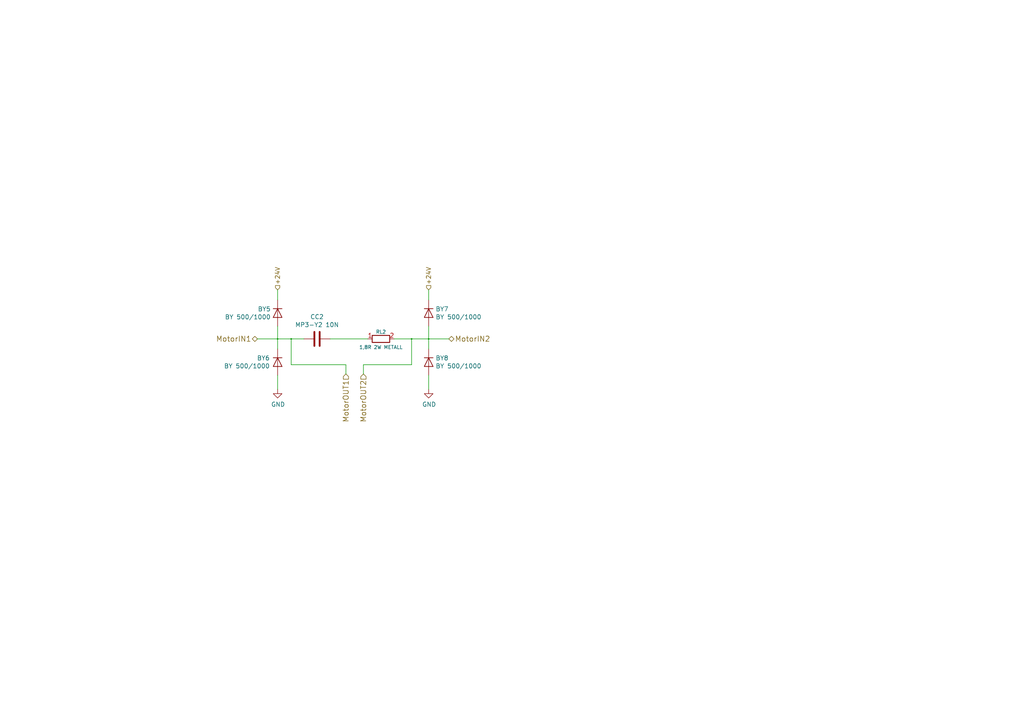
<source format=kicad_sch>
(kicad_sch (version 20201015) (generator eeschema)
  (page 1 34)
  (paper "A4")
  (title_block (title "Ardumower shield SVN Version") (date "2020-11-26") (rev "1.4") (company "ML AG JL UZ") (comment 1 "Unterspannungsschutz von AlexanderG"))
  (lib_symbols
    (symbol "ardumower-mega-shield-svn-rescue:C-RESCUE-ardumower_mega_shield_svn" (pin_numbers hide) (pin_names (offset 0.254))
      (property "Reference" "C" (at 0.635 2.54 0))
      (property "Value" "C-RESCUE-ardumower_mega_shield_svn" (at 0.635 -2.54 0))
      (symbol "C-RESCUE-ardumower_mega_shield_svn_0_1"
        (polyline (pts (xy -2.032 -0.762) (xy 2.032 -0.762)) (stroke (width 0.508)))
        (polyline (pts (xy -2.032 0.762) (xy 2.032 0.762)) (stroke (width 0.508)))
      )
      (symbol "C-RESCUE-ardumower_mega_shield_svn_1_1"
        (pin passive line (at 0 3.81 270) (length 2.794) (name "~") (number "1"))
        (pin passive line (at 0 -3.81 90) (length 2.794) (name "~") (number "2"))
      )
    )
    (symbol "ardumower-mega-shield-svn-rescue:D-RESCUE-ardumower_mega_shield_svn" (pin_numbers hide) (pin_names hide)
      (property "Reference" "D" (at 0 2.54 0))
      (property "Value" "D-RESCUE-ardumower_mega_shield_svn" (at 0 -2.54 0))
      (symbol "D-RESCUE-ardumower_mega_shield_svn_0_1"
        (polyline (pts (xy -1.27 1.27) (xy -1.27 -1.27)) (stroke (width 0.2032)))
        (polyline (pts (xy 1.27 0) (xy -1.27 0)))
        (polyline (pts (xy 1.27 1.27) (xy 1.27 -1.27) (xy -1.27 0) (xy 1.27 1.27)) (stroke (width 0.2032)))
      )
      (symbol "D-RESCUE-ardumower_mega_shield_svn_1_1"
        (pin passive line (at -3.81 0 0) (length 2.54) (name "K") (number "1"))
        (pin passive line (at 3.81 0 180) (length 2.54) (name "A") (number "2"))
      )
    )
    (symbol "ardumower-mega-shield-svn-rescue:GND-RESCUE-ardumower_mega_shield_svn" (power) (pin_names (offset 0))
      (property "Value" "GND-RESCUE-ardumower_mega_shield_svn" (at 0 -3.81 0))
      (symbol "GND-RESCUE-ardumower_mega_shield_svn_0_1"
        (polyline (pts (xy 0 0) (xy 0 -1.27) (xy 1.27 -1.27) (xy 0 -2.54) (xy -1.27 -1.27) (xy 0 -1.27)))
      )
      (symbol "GND-RESCUE-ardumower_mega_shield_svn_1_1"
        (pin power_in line (at 0 0 270) (length 0) hide (name "GND") (number "1"))
      )
    )
    (symbol "ardumower-mega-shield-svn-rescue:R-RESCUE-ardumower_mega_shield_svn" (pin_names (offset 0))
      (property "Reference" "R" (at 2.032 0 90))
      (property "Value" "R-RESCUE-ardumower_mega_shield_svn" (at 0 0 90))
      (symbol "R-RESCUE-ardumower_mega_shield_svn_0_1"
        (rectangle (start -1.016 -2.54) (end 1.016 2.54) (stroke (width 0.254)))
      )
      (symbol "R-RESCUE-ardumower_mega_shield_svn_1_1"
        (pin passive line (at 0 3.81 270) (length 1.27) (name "~") (number "1"))
        (pin passive line (at 0 -3.81 90) (length 1.27) (name "~") (number "2"))
      )
    )
  )
  (junction (at 80.518 98.298) (diameter 0.3048))
  (junction (at 84.455 98.298) (diameter 0.3048))
  (junction (at 119.38 98.298) (diameter 0.3048))
  (junction (at 124.333 98.298) (diameter 0.3048))
  (wire (pts (xy 74.676 98.298) (xy 80.518 98.298)))
  (wire (pts (xy 80.518 84.074) (xy 80.518 86.995)))
  (wire (pts (xy 80.518 94.615) (xy 80.518 98.298)))
  (wire (pts (xy 80.518 98.298) (xy 80.518 101.219)))
  (wire (pts (xy 80.518 98.298) (xy 84.455 98.298)))
  (wire (pts (xy 80.518 108.839) (xy 80.518 112.903)))
  (wire (pts (xy 84.455 98.298) (xy 88.138 98.298)))
  (wire (pts (xy 84.455 105.791) (xy 84.455 98.298)))
  (wire (pts (xy 95.758 98.298) (xy 106.68 98.298)))
  (wire (pts (xy 100.33 105.791) (xy 84.455 105.791)))
  (wire (pts (xy 100.33 105.791) (xy 100.33 108.458)))
  (wire (pts (xy 105.41 105.791) (xy 105.41 108.458)))
  (wire (pts (xy 105.41 105.791) (xy 119.38 105.791)))
  (wire (pts (xy 114.3 98.298) (xy 119.38 98.298)))
  (wire (pts (xy 119.38 98.298) (xy 124.333 98.298)))
  (wire (pts (xy 119.38 105.791) (xy 119.38 98.298)))
  (wire (pts (xy 124.333 84.074) (xy 124.333 86.995)))
  (wire (pts (xy 124.333 94.615) (xy 124.333 98.298)))
  (wire (pts (xy 124.333 98.298) (xy 124.333 101.219)))
  (wire (pts (xy 124.333 98.298) (xy 130.175 98.298)))
  (wire (pts (xy 124.333 108.839) (xy 124.333 112.903)))
  (hierarchical_label "MotorIN1" (shape bidirectional) (at 74.676 98.298 180) (effects (font (size 1.524 1.524))))
  (hierarchical_label "+24V" (shape input) (at 80.518 84.074 90))
  (hierarchical_label "MotorOUT1" (shape input) (at 100.33 108.458 270) (effects (font (size 1.524 1.524))))
  (hierarchical_label "MotorOUT2" (shape input) (at 105.41 108.458 270) (effects (font (size 1.524 1.524))))
  (hierarchical_label "+24V" (shape input) (at 124.333 84.074 90))
  (hierarchical_label "MotorIN2" (shape bidirectional) (at 130.175 98.298 0) (effects (font (size 1.524 1.524))))
  (symbol (lib_id "ardumower-mega-shield-svn-rescue:GND-RESCUE-ardumower_mega_shield_svn") (at 80.518 112.903 0) (unit 1)
    (property "Reference" "#PWR026" (effects hide))
    (property "Value" "GND" (at 80.645 117.2972 0))
  )
  (symbol (lib_id "ardumower-mega-shield-svn-rescue:GND-RESCUE-ardumower_mega_shield_svn") (at 124.333 112.903 0) (unit 1)
    (property "Reference" "#PWR025" (effects hide))
    (property "Value" "GND" (at 124.46 117.2972 0))
  )
  (symbol (lib_id "ardumower-mega-shield-svn-rescue:R-RESCUE-ardumower_mega_shield_svn") (at 110.49 98.298 90) (unit 1)
    (property "Reference" "RL2" (at 110.49 96.266 90) (effects (font (size 1.016 1.016))))
    (property "Value" "1,8R 2W METALL" (at 110.49 100.711 90) (effects (font (size 1.016 1.016))))
    (property "Footprint" "Zimprich:Resistor_Horizontal_RM25mm-2W" (effects hide))
    (property "Datasheet" "https://www.reichelt.de/2W-METALL-1-8/3/index.html?&ACTION=3&LA=446&ARTICLE=2309&artnr=2W+METALL+1%2C8&SEARCH=2W+METALL+1%2C8" (effects hide))
    (property "Bestellnummer" "R: 2W METALL 1,8" (effects hide))
    (property "Technische Daten" "Metalloxidschicht-Widerstand 2W, 5% 1,8 Ohm" (effects hide))
  )
  (symbol (lib_id "ardumower-mega-shield-svn-rescue:D-RESCUE-ardumower_mega_shield_svn") (at 80.518 90.805 90) (mirror x) (unit 1)
    (property "Reference" "BY5" (at 78.5368 89.6366 90) (effects (justify left)))
    (property "Value" "BY 500/1000" (at 78.5368 91.948 90) (effects (justify left)))
    (property "Footprint" "Zimprich:Diode_liegend_BY500_1000_RM15" (effects hide))
    (property "Datasheet" "https://www.reichelt.de/BY-500-1000/3/index.html?&ACTION=3&LA=446&ARTICLE=6337&artnr=BY+500%2F1000&SEARCH=BY+500%2F1000" (effects hide))
    (property "Gehäuseart" "Value" (effects hide))
    (property "Bestelllink" "https://www.reichelt.de/BY-500-1000/3/index.html?&ACTION=3&LA=446&ARTICLE=6337&artnr=BY+500%2F1000&SEARCH=BY+500%2F1000" (effects hide))
    (property "Technische Daten" "Fast-Recovery-Gleichr.-Diode, DO201, 1000V, 5A" (effects hide))
    (property "Bestellnummer" "R: BY 500/1000" (effects hide))
    (property "Bauform" "DO-201" (effects hide))
  )
  (symbol (lib_id "ardumower-mega-shield-svn-rescue:D-RESCUE-ardumower_mega_shield_svn") (at 80.518 105.029 270) (unit 1)
    (property "Reference" "BY6" (at 78.2828 103.8606 90) (effects (justify right)))
    (property "Value" "BY 500/1000" (at 78.2828 106.172 90) (effects (justify right)))
    (property "Footprint" "Zimprich:Diode_liegend_BY500_1000_RM15" (effects hide))
    (property "Datasheet" "https://www.reichelt.de/BY-500-1000/3/index.html?&ACTION=3&LA=446&ARTICLE=6337&artnr=BY+500%2F1000&SEARCH=BY+500%2F1000" (effects hide))
    (property "Gehäuseart" "Value" (effects hide))
    (property "Bestelllink" "https://www.reichelt.de/BY-500-1000/3/index.html?&ACTION=3&LA=446&ARTICLE=6337&artnr=BY+500%2F1000&SEARCH=BY+500%2F1000" (effects hide))
    (property "Technische Daten" "Fast-Recovery-Gleichr.-Diode, DO201, 1000V, 5A" (effects hide))
    (property "Bestellnummer" "R: BY 500/1000" (effects hide))
    (property "Bauform" "DO-201" (effects hide))
  )
  (symbol (lib_id "ardumower-mega-shield-svn-rescue:D-RESCUE-ardumower_mega_shield_svn") (at 124.333 90.805 270) (unit 1)
    (property "Reference" "BY7" (at 126.3142 89.6366 90) (effects (justify left)))
    (property "Value" "BY 500/1000" (at 126.3142 91.948 90) (effects (justify left)))
    (property "Footprint" "Zimprich:Diode_liegend_BY500_1000_RM15" (effects hide))
    (property "Datasheet" "https://www.reichelt.de/BY-500-1000/3/index.html?&ACTION=3&LA=446&ARTICLE=6337&artnr=BY+500%2F1000&SEARCH=BY+500%2F1000" (effects hide))
    (property "Gehäuseart" "Value" (effects hide))
    (property "Bestelllink" "https://www.reichelt.de/BY-500-1000/3/index.html?&ACTION=3&LA=446&ARTICLE=6337&artnr=BY+500%2F1000&SEARCH=BY+500%2F1000" (effects hide))
    (property "Technische Daten" "Fast-Recovery-Gleichr.-Diode, DO201, 1000V, 5A" (effects hide))
    (property "Bestellnummer" "R: BY 500/1000" (effects hide))
    (property "Bauform" "DO-201" (effects hide))
  )
  (symbol (lib_id "ardumower-mega-shield-svn-rescue:D-RESCUE-ardumower_mega_shield_svn") (at 124.333 105.029 270) (unit 1)
    (property "Reference" "BY8" (at 126.3142 103.8606 90) (effects (justify left)))
    (property "Value" "BY 500/1000" (at 126.3142 106.172 90) (effects (justify left)))
    (property "Footprint" "Zimprich:Diode_liegend_BY500_1000_RM15" (effects hide))
    (property "Datasheet" "https://www.reichelt.de/BY-500-1000/3/index.html?&ACTION=3&LA=446&ARTICLE=6337&artnr=BY+500%2F1000&SEARCH=BY+500%2F1000" (effects hide))
    (property "Gehäuseart" "Value" (effects hide))
    (property "Bestelllink" "https://www.reichelt.de/BY-500-1000/3/index.html?&ACTION=3&LA=446&ARTICLE=6337&artnr=BY+500%2F1000&SEARCH=BY+500%2F1000" (effects hide))
    (property "Technische Daten" "Fast-Recovery-Gleichr.-Diode, DO201, 1000V, 5A" (effects hide))
    (property "Bestellnummer" "R: BY 500/1000" (effects hide))
    (property "Bauform" "DO-201" (effects hide))
  )
  (symbol (lib_id "ardumower-mega-shield-svn-rescue:C-RESCUE-ardumower_mega_shield_svn") (at 91.948 98.298 90) (unit 1)
    (property "Reference" "CC2" (at 91.948 91.8972 90))
    (property "Value" "MP3-Y2 10N" (at 91.948 94.2086 90))
    (property "Footprint" "Zimprich:Kondensator_cnp_18x5mm" (effects hide))
    (property "Datasheet" "https://www.reichelt.de/MP3-Y2-10N/3/index.html?&ACTION=3&LA=446&ARTICLE=32025&artnr=MP3-Y2+10N&SEARCH=MP3-Y2+10N" (effects hide))
    (property "Gehäuseart" "Rastermass 15mm" (effects hide))
    (property "Bestelllink" "R: MP3-Y2 10N" (effects hide))
    (property "Technische Daten" "IMA, Funk-Entstörkondensator, Klasse Y2" (effects hide))
  )
)
</source>
